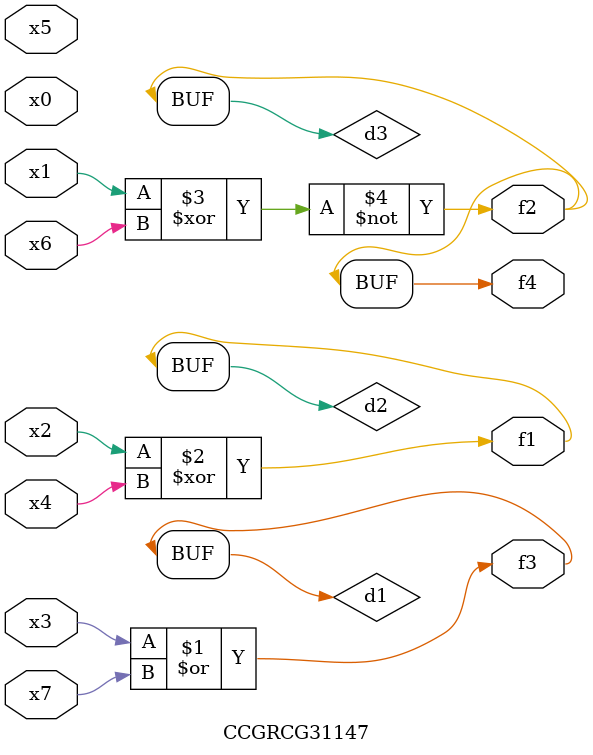
<source format=v>
module CCGRCG31147(
	input x0, x1, x2, x3, x4, x5, x6, x7,
	output f1, f2, f3, f4
);

	wire d1, d2, d3;

	or (d1, x3, x7);
	xor (d2, x2, x4);
	xnor (d3, x1, x6);
	assign f1 = d2;
	assign f2 = d3;
	assign f3 = d1;
	assign f4 = d3;
endmodule

</source>
